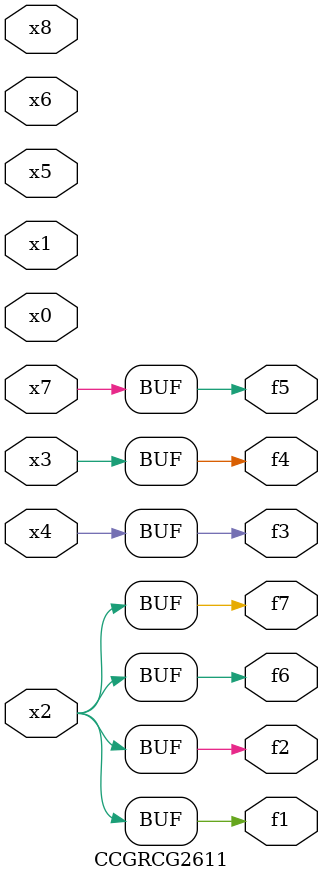
<source format=v>
module CCGRCG2611(
	input x0, x1, x2, x3, x4, x5, x6, x7, x8,
	output f1, f2, f3, f4, f5, f6, f7
);
	assign f1 = x2;
	assign f2 = x2;
	assign f3 = x4;
	assign f4 = x3;
	assign f5 = x7;
	assign f6 = x2;
	assign f7 = x2;
endmodule

</source>
